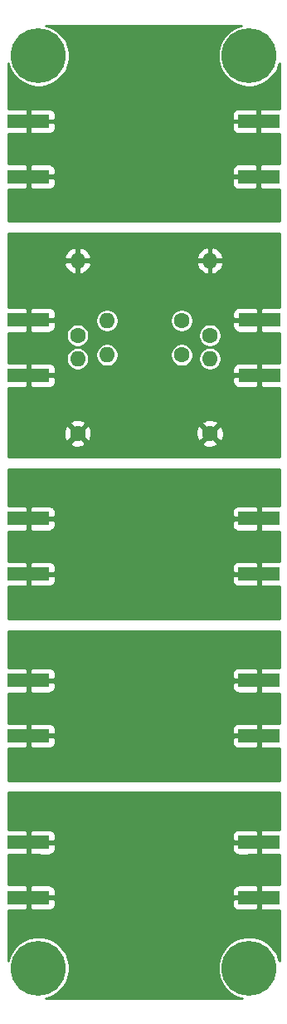
<source format=gbr>
G04 #@! TF.GenerationSoftware,KiCad,Pcbnew,(5.1.5)-3*
G04 #@! TF.CreationDate,2020-11-12T14:52:36+01:00*
G04 #@! TF.ProjectId,50 to 50 Attenuators,35302074-6f20-4353-9020-417474656e75,rev?*
G04 #@! TF.SameCoordinates,Original*
G04 #@! TF.FileFunction,Copper,L2,Bot*
G04 #@! TF.FilePolarity,Positive*
%FSLAX46Y46*%
G04 Gerber Fmt 4.6, Leading zero omitted, Abs format (unit mm)*
G04 Created by KiCad (PCBNEW (5.1.5)-3) date 2020-11-12 14:52:36*
%MOMM*%
%LPD*%
G04 APERTURE LIST*
%ADD10C,5.600000*%
%ADD11R,4.200000X1.350000*%
%ADD12C,1.600000*%
%ADD13O,1.600000X1.600000*%
%ADD14C,0.250000*%
G04 APERTURE END LIST*
D10*
X39000000Y-28992000D03*
X39000000Y-122000000D03*
X60500000Y-28992000D03*
X60500000Y-122000000D03*
D11*
X38000000Y-41325000D03*
X38000000Y-35675000D03*
X61475000Y-35675000D03*
X61475000Y-41325000D03*
X38000000Y-55925000D03*
X38000000Y-61575000D03*
X61550000Y-61575000D03*
X61550000Y-55925000D03*
X38000000Y-76175000D03*
X38000000Y-81825000D03*
X61500000Y-76175000D03*
X61500000Y-81825000D03*
X38000000Y-92675000D03*
X38000000Y-98325000D03*
X61500000Y-92675000D03*
X61500000Y-98325000D03*
X38000000Y-114825000D03*
X38000000Y-109175000D03*
X61500000Y-114825000D03*
X61500000Y-109175000D03*
D12*
X43000000Y-57500000D03*
D13*
X43000000Y-49880000D03*
X56500000Y-49880000D03*
D12*
X56500000Y-57500000D03*
D13*
X46000000Y-56000000D03*
D12*
X53620000Y-56000000D03*
X53620000Y-59500000D03*
D13*
X46000000Y-59500000D03*
X43000000Y-59880000D03*
D12*
X43000000Y-67500000D03*
X56500000Y-67500000D03*
D13*
X56500000Y-59880000D03*
D14*
G36*
X59572720Y-25935167D02*
G01*
X58994179Y-26174807D01*
X58473506Y-26522709D01*
X58030709Y-26965506D01*
X57682807Y-27486179D01*
X57443167Y-28064720D01*
X57321000Y-28678896D01*
X57321000Y-29305104D01*
X57443167Y-29919280D01*
X57682807Y-30497821D01*
X58030709Y-31018494D01*
X58473506Y-31461291D01*
X58994179Y-31809193D01*
X59572720Y-32048833D01*
X60186896Y-32171000D01*
X60813104Y-32171000D01*
X61427280Y-32048833D01*
X62005821Y-31809193D01*
X62526494Y-31461291D01*
X62969291Y-31018494D01*
X63317193Y-30497821D01*
X63556833Y-29919280D01*
X63596001Y-29722369D01*
X63596001Y-34374044D01*
X63575000Y-34371976D01*
X61756250Y-34375000D01*
X61600000Y-34531250D01*
X61600000Y-35550000D01*
X61620000Y-35550000D01*
X61620000Y-35800000D01*
X61600000Y-35800000D01*
X61600000Y-36818750D01*
X61756250Y-36975000D01*
X63575000Y-36978024D01*
X63596001Y-36975956D01*
X63596001Y-40024044D01*
X63575000Y-40021976D01*
X61756250Y-40025000D01*
X61600000Y-40181250D01*
X61600000Y-41200000D01*
X61620000Y-41200000D01*
X61620000Y-41450000D01*
X61600000Y-41450000D01*
X61600000Y-42468750D01*
X61756250Y-42625000D01*
X63575000Y-42628024D01*
X63596001Y-42625956D01*
X63596001Y-45875000D01*
X35904000Y-45875000D01*
X35904000Y-42628017D01*
X37718750Y-42625000D01*
X37875000Y-42468750D01*
X37875000Y-41450000D01*
X38125000Y-41450000D01*
X38125000Y-42468750D01*
X38281250Y-42625000D01*
X40100000Y-42628024D01*
X40222521Y-42615957D01*
X40340334Y-42580219D01*
X40448911Y-42522183D01*
X40544080Y-42444080D01*
X40622183Y-42348911D01*
X40680219Y-42240334D01*
X40715957Y-42122521D01*
X40728024Y-42000000D01*
X58746976Y-42000000D01*
X58759043Y-42122521D01*
X58794781Y-42240334D01*
X58852817Y-42348911D01*
X58930920Y-42444080D01*
X59026089Y-42522183D01*
X59134666Y-42580219D01*
X59252479Y-42615957D01*
X59375000Y-42628024D01*
X61193750Y-42625000D01*
X61350000Y-42468750D01*
X61350000Y-41450000D01*
X58906250Y-41450000D01*
X58750000Y-41606250D01*
X58746976Y-42000000D01*
X40728024Y-42000000D01*
X40725000Y-41606250D01*
X40568750Y-41450000D01*
X38125000Y-41450000D01*
X37875000Y-41450000D01*
X37855000Y-41450000D01*
X37855000Y-41200000D01*
X37875000Y-41200000D01*
X37875000Y-40181250D01*
X38125000Y-40181250D01*
X38125000Y-41200000D01*
X40568750Y-41200000D01*
X40725000Y-41043750D01*
X40728024Y-40650000D01*
X58746976Y-40650000D01*
X58750000Y-41043750D01*
X58906250Y-41200000D01*
X61350000Y-41200000D01*
X61350000Y-40181250D01*
X61193750Y-40025000D01*
X59375000Y-40021976D01*
X59252479Y-40034043D01*
X59134666Y-40069781D01*
X59026089Y-40127817D01*
X58930920Y-40205920D01*
X58852817Y-40301089D01*
X58794781Y-40409666D01*
X58759043Y-40527479D01*
X58746976Y-40650000D01*
X40728024Y-40650000D01*
X40715957Y-40527479D01*
X40680219Y-40409666D01*
X40622183Y-40301089D01*
X40544080Y-40205920D01*
X40448911Y-40127817D01*
X40340334Y-40069781D01*
X40222521Y-40034043D01*
X40100000Y-40021976D01*
X38281250Y-40025000D01*
X38125000Y-40181250D01*
X37875000Y-40181250D01*
X37718750Y-40025000D01*
X35904000Y-40021983D01*
X35904000Y-36978017D01*
X37718750Y-36975000D01*
X37875000Y-36818750D01*
X37875000Y-35800000D01*
X38125000Y-35800000D01*
X38125000Y-36818750D01*
X38281250Y-36975000D01*
X40100000Y-36978024D01*
X40222521Y-36965957D01*
X40340334Y-36930219D01*
X40448911Y-36872183D01*
X40544080Y-36794080D01*
X40622183Y-36698911D01*
X40680219Y-36590334D01*
X40715957Y-36472521D01*
X40728024Y-36350000D01*
X58746976Y-36350000D01*
X58759043Y-36472521D01*
X58794781Y-36590334D01*
X58852817Y-36698911D01*
X58930920Y-36794080D01*
X59026089Y-36872183D01*
X59134666Y-36930219D01*
X59252479Y-36965957D01*
X59375000Y-36978024D01*
X61193750Y-36975000D01*
X61350000Y-36818750D01*
X61350000Y-35800000D01*
X58906250Y-35800000D01*
X58750000Y-35956250D01*
X58746976Y-36350000D01*
X40728024Y-36350000D01*
X40725000Y-35956250D01*
X40568750Y-35800000D01*
X38125000Y-35800000D01*
X37875000Y-35800000D01*
X37855000Y-35800000D01*
X37855000Y-35550000D01*
X37875000Y-35550000D01*
X37875000Y-34531250D01*
X38125000Y-34531250D01*
X38125000Y-35550000D01*
X40568750Y-35550000D01*
X40725000Y-35393750D01*
X40728024Y-35000000D01*
X58746976Y-35000000D01*
X58750000Y-35393750D01*
X58906250Y-35550000D01*
X61350000Y-35550000D01*
X61350000Y-34531250D01*
X61193750Y-34375000D01*
X59375000Y-34371976D01*
X59252479Y-34384043D01*
X59134666Y-34419781D01*
X59026089Y-34477817D01*
X58930920Y-34555920D01*
X58852817Y-34651089D01*
X58794781Y-34759666D01*
X58759043Y-34877479D01*
X58746976Y-35000000D01*
X40728024Y-35000000D01*
X40715957Y-34877479D01*
X40680219Y-34759666D01*
X40622183Y-34651089D01*
X40544080Y-34555920D01*
X40448911Y-34477817D01*
X40340334Y-34419781D01*
X40222521Y-34384043D01*
X40100000Y-34371976D01*
X38281250Y-34375000D01*
X38125000Y-34531250D01*
X37875000Y-34531250D01*
X37718750Y-34375000D01*
X35904000Y-34371983D01*
X35904000Y-29722374D01*
X35943167Y-29919280D01*
X36182807Y-30497821D01*
X36530709Y-31018494D01*
X36973506Y-31461291D01*
X37494179Y-31809193D01*
X38072720Y-32048833D01*
X38686896Y-32171000D01*
X39313104Y-32171000D01*
X39927280Y-32048833D01*
X40505821Y-31809193D01*
X41026494Y-31461291D01*
X41469291Y-31018494D01*
X41817193Y-30497821D01*
X42056833Y-29919280D01*
X42179000Y-29305104D01*
X42179000Y-28678896D01*
X42056833Y-28064720D01*
X41817193Y-27486179D01*
X41469291Y-26965506D01*
X41026494Y-26522709D01*
X40505821Y-26174807D01*
X39927280Y-25935167D01*
X39770593Y-25904000D01*
X59729407Y-25904000D01*
X59572720Y-25935167D01*
G37*
X59572720Y-25935167D02*
X58994179Y-26174807D01*
X58473506Y-26522709D01*
X58030709Y-26965506D01*
X57682807Y-27486179D01*
X57443167Y-28064720D01*
X57321000Y-28678896D01*
X57321000Y-29305104D01*
X57443167Y-29919280D01*
X57682807Y-30497821D01*
X58030709Y-31018494D01*
X58473506Y-31461291D01*
X58994179Y-31809193D01*
X59572720Y-32048833D01*
X60186896Y-32171000D01*
X60813104Y-32171000D01*
X61427280Y-32048833D01*
X62005821Y-31809193D01*
X62526494Y-31461291D01*
X62969291Y-31018494D01*
X63317193Y-30497821D01*
X63556833Y-29919280D01*
X63596001Y-29722369D01*
X63596001Y-34374044D01*
X63575000Y-34371976D01*
X61756250Y-34375000D01*
X61600000Y-34531250D01*
X61600000Y-35550000D01*
X61620000Y-35550000D01*
X61620000Y-35800000D01*
X61600000Y-35800000D01*
X61600000Y-36818750D01*
X61756250Y-36975000D01*
X63575000Y-36978024D01*
X63596001Y-36975956D01*
X63596001Y-40024044D01*
X63575000Y-40021976D01*
X61756250Y-40025000D01*
X61600000Y-40181250D01*
X61600000Y-41200000D01*
X61620000Y-41200000D01*
X61620000Y-41450000D01*
X61600000Y-41450000D01*
X61600000Y-42468750D01*
X61756250Y-42625000D01*
X63575000Y-42628024D01*
X63596001Y-42625956D01*
X63596001Y-45875000D01*
X35904000Y-45875000D01*
X35904000Y-42628017D01*
X37718750Y-42625000D01*
X37875000Y-42468750D01*
X37875000Y-41450000D01*
X38125000Y-41450000D01*
X38125000Y-42468750D01*
X38281250Y-42625000D01*
X40100000Y-42628024D01*
X40222521Y-42615957D01*
X40340334Y-42580219D01*
X40448911Y-42522183D01*
X40544080Y-42444080D01*
X40622183Y-42348911D01*
X40680219Y-42240334D01*
X40715957Y-42122521D01*
X40728024Y-42000000D01*
X58746976Y-42000000D01*
X58759043Y-42122521D01*
X58794781Y-42240334D01*
X58852817Y-42348911D01*
X58930920Y-42444080D01*
X59026089Y-42522183D01*
X59134666Y-42580219D01*
X59252479Y-42615957D01*
X59375000Y-42628024D01*
X61193750Y-42625000D01*
X61350000Y-42468750D01*
X61350000Y-41450000D01*
X58906250Y-41450000D01*
X58750000Y-41606250D01*
X58746976Y-42000000D01*
X40728024Y-42000000D01*
X40725000Y-41606250D01*
X40568750Y-41450000D01*
X38125000Y-41450000D01*
X37875000Y-41450000D01*
X37855000Y-41450000D01*
X37855000Y-41200000D01*
X37875000Y-41200000D01*
X37875000Y-40181250D01*
X38125000Y-40181250D01*
X38125000Y-41200000D01*
X40568750Y-41200000D01*
X40725000Y-41043750D01*
X40728024Y-40650000D01*
X58746976Y-40650000D01*
X58750000Y-41043750D01*
X58906250Y-41200000D01*
X61350000Y-41200000D01*
X61350000Y-40181250D01*
X61193750Y-40025000D01*
X59375000Y-40021976D01*
X59252479Y-40034043D01*
X59134666Y-40069781D01*
X59026089Y-40127817D01*
X58930920Y-40205920D01*
X58852817Y-40301089D01*
X58794781Y-40409666D01*
X58759043Y-40527479D01*
X58746976Y-40650000D01*
X40728024Y-40650000D01*
X40715957Y-40527479D01*
X40680219Y-40409666D01*
X40622183Y-40301089D01*
X40544080Y-40205920D01*
X40448911Y-40127817D01*
X40340334Y-40069781D01*
X40222521Y-40034043D01*
X40100000Y-40021976D01*
X38281250Y-40025000D01*
X38125000Y-40181250D01*
X37875000Y-40181250D01*
X37718750Y-40025000D01*
X35904000Y-40021983D01*
X35904000Y-36978017D01*
X37718750Y-36975000D01*
X37875000Y-36818750D01*
X37875000Y-35800000D01*
X38125000Y-35800000D01*
X38125000Y-36818750D01*
X38281250Y-36975000D01*
X40100000Y-36978024D01*
X40222521Y-36965957D01*
X40340334Y-36930219D01*
X40448911Y-36872183D01*
X40544080Y-36794080D01*
X40622183Y-36698911D01*
X40680219Y-36590334D01*
X40715957Y-36472521D01*
X40728024Y-36350000D01*
X58746976Y-36350000D01*
X58759043Y-36472521D01*
X58794781Y-36590334D01*
X58852817Y-36698911D01*
X58930920Y-36794080D01*
X59026089Y-36872183D01*
X59134666Y-36930219D01*
X59252479Y-36965957D01*
X59375000Y-36978024D01*
X61193750Y-36975000D01*
X61350000Y-36818750D01*
X61350000Y-35800000D01*
X58906250Y-35800000D01*
X58750000Y-35956250D01*
X58746976Y-36350000D01*
X40728024Y-36350000D01*
X40725000Y-35956250D01*
X40568750Y-35800000D01*
X38125000Y-35800000D01*
X37875000Y-35800000D01*
X37855000Y-35800000D01*
X37855000Y-35550000D01*
X37875000Y-35550000D01*
X37875000Y-34531250D01*
X38125000Y-34531250D01*
X38125000Y-35550000D01*
X40568750Y-35550000D01*
X40725000Y-35393750D01*
X40728024Y-35000000D01*
X58746976Y-35000000D01*
X58750000Y-35393750D01*
X58906250Y-35550000D01*
X61350000Y-35550000D01*
X61350000Y-34531250D01*
X61193750Y-34375000D01*
X59375000Y-34371976D01*
X59252479Y-34384043D01*
X59134666Y-34419781D01*
X59026089Y-34477817D01*
X58930920Y-34555920D01*
X58852817Y-34651089D01*
X58794781Y-34759666D01*
X58759043Y-34877479D01*
X58746976Y-35000000D01*
X40728024Y-35000000D01*
X40715957Y-34877479D01*
X40680219Y-34759666D01*
X40622183Y-34651089D01*
X40544080Y-34555920D01*
X40448911Y-34477817D01*
X40340334Y-34419781D01*
X40222521Y-34384043D01*
X40100000Y-34371976D01*
X38281250Y-34375000D01*
X38125000Y-34531250D01*
X37875000Y-34531250D01*
X37718750Y-34375000D01*
X35904000Y-34371983D01*
X35904000Y-29722374D01*
X35943167Y-29919280D01*
X36182807Y-30497821D01*
X36530709Y-31018494D01*
X36973506Y-31461291D01*
X37494179Y-31809193D01*
X38072720Y-32048833D01*
X38686896Y-32171000D01*
X39313104Y-32171000D01*
X39927280Y-32048833D01*
X40505821Y-31809193D01*
X41026494Y-31461291D01*
X41469291Y-31018494D01*
X41817193Y-30497821D01*
X42056833Y-29919280D01*
X42179000Y-29305104D01*
X42179000Y-28678896D01*
X42056833Y-28064720D01*
X41817193Y-27486179D01*
X41469291Y-26965506D01*
X41026494Y-26522709D01*
X40505821Y-26174807D01*
X39927280Y-25935167D01*
X39770593Y-25904000D01*
X59729407Y-25904000D01*
X59572720Y-25935167D01*
G36*
X63596001Y-54622066D02*
G01*
X61831250Y-54625000D01*
X61675000Y-54781250D01*
X61675000Y-55800000D01*
X61695000Y-55800000D01*
X61695000Y-56050000D01*
X61675000Y-56050000D01*
X61675000Y-57068750D01*
X61831250Y-57225000D01*
X63596001Y-57227934D01*
X63596001Y-60272066D01*
X61831250Y-60275000D01*
X61675000Y-60431250D01*
X61675000Y-61450000D01*
X61695000Y-61450000D01*
X61695000Y-61700000D01*
X61675000Y-61700000D01*
X61675000Y-62718750D01*
X61831250Y-62875000D01*
X63596001Y-62877934D01*
X63596001Y-69875000D01*
X35904000Y-69875000D01*
X35904000Y-68486065D01*
X42190712Y-68486065D01*
X42262693Y-68727479D01*
X42516330Y-68847735D01*
X42788553Y-68916198D01*
X43068903Y-68930237D01*
X43346604Y-68889314D01*
X43610986Y-68795000D01*
X43737307Y-68727479D01*
X43809288Y-68486065D01*
X55690712Y-68486065D01*
X55762693Y-68727479D01*
X56016330Y-68847735D01*
X56288553Y-68916198D01*
X56568903Y-68930237D01*
X56846604Y-68889314D01*
X57110986Y-68795000D01*
X57237307Y-68727479D01*
X57309288Y-68486065D01*
X56500000Y-67676777D01*
X55690712Y-68486065D01*
X43809288Y-68486065D01*
X43000000Y-67676777D01*
X42190712Y-68486065D01*
X35904000Y-68486065D01*
X35904000Y-67568903D01*
X41569763Y-67568903D01*
X41610686Y-67846604D01*
X41705000Y-68110986D01*
X41772521Y-68237307D01*
X42013935Y-68309288D01*
X42823223Y-67500000D01*
X43176777Y-67500000D01*
X43986065Y-68309288D01*
X44227479Y-68237307D01*
X44347735Y-67983670D01*
X44416198Y-67711447D01*
X44423336Y-67568903D01*
X55069763Y-67568903D01*
X55110686Y-67846604D01*
X55205000Y-68110986D01*
X55272521Y-68237307D01*
X55513935Y-68309288D01*
X56323223Y-67500000D01*
X56676777Y-67500000D01*
X57486065Y-68309288D01*
X57727479Y-68237307D01*
X57847735Y-67983670D01*
X57916198Y-67711447D01*
X57930237Y-67431097D01*
X57889314Y-67153396D01*
X57795000Y-66889014D01*
X57727479Y-66762693D01*
X57486065Y-66690712D01*
X56676777Y-67500000D01*
X56323223Y-67500000D01*
X55513935Y-66690712D01*
X55272521Y-66762693D01*
X55152265Y-67016330D01*
X55083802Y-67288553D01*
X55069763Y-67568903D01*
X44423336Y-67568903D01*
X44430237Y-67431097D01*
X44389314Y-67153396D01*
X44295000Y-66889014D01*
X44227479Y-66762693D01*
X43986065Y-66690712D01*
X43176777Y-67500000D01*
X42823223Y-67500000D01*
X42013935Y-66690712D01*
X41772521Y-66762693D01*
X41652265Y-67016330D01*
X41583802Y-67288553D01*
X41569763Y-67568903D01*
X35904000Y-67568903D01*
X35904000Y-66513935D01*
X42190712Y-66513935D01*
X43000000Y-67323223D01*
X43809288Y-66513935D01*
X55690712Y-66513935D01*
X56500000Y-67323223D01*
X57309288Y-66513935D01*
X57237307Y-66272521D01*
X56983670Y-66152265D01*
X56711447Y-66083802D01*
X56431097Y-66069763D01*
X56153396Y-66110686D01*
X55889014Y-66205000D01*
X55762693Y-66272521D01*
X55690712Y-66513935D01*
X43809288Y-66513935D01*
X43737307Y-66272521D01*
X43483670Y-66152265D01*
X43211447Y-66083802D01*
X42931097Y-66069763D01*
X42653396Y-66110686D01*
X42389014Y-66205000D01*
X42262693Y-66272521D01*
X42190712Y-66513935D01*
X35904000Y-66513935D01*
X35904000Y-62878017D01*
X37718750Y-62875000D01*
X37875000Y-62718750D01*
X37875000Y-61700000D01*
X38125000Y-61700000D01*
X38125000Y-62718750D01*
X38281250Y-62875000D01*
X40100000Y-62878024D01*
X40222521Y-62865957D01*
X40340334Y-62830219D01*
X40448911Y-62772183D01*
X40544080Y-62694080D01*
X40622183Y-62598911D01*
X40680219Y-62490334D01*
X40715957Y-62372521D01*
X40728024Y-62250000D01*
X58821976Y-62250000D01*
X58834043Y-62372521D01*
X58869781Y-62490334D01*
X58927817Y-62598911D01*
X59005920Y-62694080D01*
X59101089Y-62772183D01*
X59209666Y-62830219D01*
X59327479Y-62865957D01*
X59450000Y-62878024D01*
X61268750Y-62875000D01*
X61425000Y-62718750D01*
X61425000Y-61700000D01*
X58981250Y-61700000D01*
X58825000Y-61856250D01*
X58821976Y-62250000D01*
X40728024Y-62250000D01*
X40725000Y-61856250D01*
X40568750Y-61700000D01*
X38125000Y-61700000D01*
X37875000Y-61700000D01*
X37855000Y-61700000D01*
X37855000Y-61450000D01*
X37875000Y-61450000D01*
X37875000Y-60431250D01*
X38125000Y-60431250D01*
X38125000Y-61450000D01*
X40568750Y-61450000D01*
X40725000Y-61293750D01*
X40728024Y-60900000D01*
X40715957Y-60777479D01*
X40680219Y-60659666D01*
X40622183Y-60551089D01*
X40544080Y-60455920D01*
X40448911Y-60377817D01*
X40340334Y-60319781D01*
X40222521Y-60284043D01*
X40100000Y-60271976D01*
X38281250Y-60275000D01*
X38125000Y-60431250D01*
X37875000Y-60431250D01*
X37718750Y-60275000D01*
X35904000Y-60271983D01*
X35904000Y-59763879D01*
X41821000Y-59763879D01*
X41821000Y-59996121D01*
X41866308Y-60223902D01*
X41955183Y-60438466D01*
X42084211Y-60631569D01*
X42248431Y-60795789D01*
X42441534Y-60924817D01*
X42656098Y-61013692D01*
X42883879Y-61059000D01*
X43116121Y-61059000D01*
X43343902Y-61013692D01*
X43558466Y-60924817D01*
X43751569Y-60795789D01*
X43915789Y-60631569D01*
X44044817Y-60438466D01*
X44133692Y-60223902D01*
X44179000Y-59996121D01*
X44179000Y-59763879D01*
X44133692Y-59536098D01*
X44070642Y-59383879D01*
X44821000Y-59383879D01*
X44821000Y-59616121D01*
X44866308Y-59843902D01*
X44955183Y-60058466D01*
X45084211Y-60251569D01*
X45248431Y-60415789D01*
X45441534Y-60544817D01*
X45656098Y-60633692D01*
X45883879Y-60679000D01*
X46116121Y-60679000D01*
X46343902Y-60633692D01*
X46558466Y-60544817D01*
X46751569Y-60415789D01*
X46915789Y-60251569D01*
X47044817Y-60058466D01*
X47133692Y-59843902D01*
X47179000Y-59616121D01*
X47179000Y-59383879D01*
X52441000Y-59383879D01*
X52441000Y-59616121D01*
X52486308Y-59843902D01*
X52575183Y-60058466D01*
X52704211Y-60251569D01*
X52868431Y-60415789D01*
X53061534Y-60544817D01*
X53276098Y-60633692D01*
X53503879Y-60679000D01*
X53736121Y-60679000D01*
X53963902Y-60633692D01*
X54178466Y-60544817D01*
X54371569Y-60415789D01*
X54535789Y-60251569D01*
X54664817Y-60058466D01*
X54753692Y-59843902D01*
X54769609Y-59763879D01*
X55321000Y-59763879D01*
X55321000Y-59996121D01*
X55366308Y-60223902D01*
X55455183Y-60438466D01*
X55584211Y-60631569D01*
X55748431Y-60795789D01*
X55941534Y-60924817D01*
X56156098Y-61013692D01*
X56383879Y-61059000D01*
X56616121Y-61059000D01*
X56843902Y-61013692D01*
X57058466Y-60924817D01*
X57095607Y-60900000D01*
X58821976Y-60900000D01*
X58825000Y-61293750D01*
X58981250Y-61450000D01*
X61425000Y-61450000D01*
X61425000Y-60431250D01*
X61268750Y-60275000D01*
X59450000Y-60271976D01*
X59327479Y-60284043D01*
X59209666Y-60319781D01*
X59101089Y-60377817D01*
X59005920Y-60455920D01*
X58927817Y-60551089D01*
X58869781Y-60659666D01*
X58834043Y-60777479D01*
X58821976Y-60900000D01*
X57095607Y-60900000D01*
X57251569Y-60795789D01*
X57415789Y-60631569D01*
X57544817Y-60438466D01*
X57633692Y-60223902D01*
X57679000Y-59996121D01*
X57679000Y-59763879D01*
X57633692Y-59536098D01*
X57544817Y-59321534D01*
X57415789Y-59128431D01*
X57251569Y-58964211D01*
X57058466Y-58835183D01*
X56843902Y-58746308D01*
X56616121Y-58701000D01*
X56383879Y-58701000D01*
X56156098Y-58746308D01*
X55941534Y-58835183D01*
X55748431Y-58964211D01*
X55584211Y-59128431D01*
X55455183Y-59321534D01*
X55366308Y-59536098D01*
X55321000Y-59763879D01*
X54769609Y-59763879D01*
X54799000Y-59616121D01*
X54799000Y-59383879D01*
X54753692Y-59156098D01*
X54664817Y-58941534D01*
X54535789Y-58748431D01*
X54371569Y-58584211D01*
X54178466Y-58455183D01*
X53963902Y-58366308D01*
X53736121Y-58321000D01*
X53503879Y-58321000D01*
X53276098Y-58366308D01*
X53061534Y-58455183D01*
X52868431Y-58584211D01*
X52704211Y-58748431D01*
X52575183Y-58941534D01*
X52486308Y-59156098D01*
X52441000Y-59383879D01*
X47179000Y-59383879D01*
X47133692Y-59156098D01*
X47044817Y-58941534D01*
X46915789Y-58748431D01*
X46751569Y-58584211D01*
X46558466Y-58455183D01*
X46343902Y-58366308D01*
X46116121Y-58321000D01*
X45883879Y-58321000D01*
X45656098Y-58366308D01*
X45441534Y-58455183D01*
X45248431Y-58584211D01*
X45084211Y-58748431D01*
X44955183Y-58941534D01*
X44866308Y-59156098D01*
X44821000Y-59383879D01*
X44070642Y-59383879D01*
X44044817Y-59321534D01*
X43915789Y-59128431D01*
X43751569Y-58964211D01*
X43558466Y-58835183D01*
X43343902Y-58746308D01*
X43116121Y-58701000D01*
X42883879Y-58701000D01*
X42656098Y-58746308D01*
X42441534Y-58835183D01*
X42248431Y-58964211D01*
X42084211Y-59128431D01*
X41955183Y-59321534D01*
X41866308Y-59536098D01*
X41821000Y-59763879D01*
X35904000Y-59763879D01*
X35904000Y-57383879D01*
X41821000Y-57383879D01*
X41821000Y-57616121D01*
X41866308Y-57843902D01*
X41955183Y-58058466D01*
X42084211Y-58251569D01*
X42248431Y-58415789D01*
X42441534Y-58544817D01*
X42656098Y-58633692D01*
X42883879Y-58679000D01*
X43116121Y-58679000D01*
X43343902Y-58633692D01*
X43558466Y-58544817D01*
X43751569Y-58415789D01*
X43915789Y-58251569D01*
X44044817Y-58058466D01*
X44133692Y-57843902D01*
X44179000Y-57616121D01*
X44179000Y-57383879D01*
X55321000Y-57383879D01*
X55321000Y-57616121D01*
X55366308Y-57843902D01*
X55455183Y-58058466D01*
X55584211Y-58251569D01*
X55748431Y-58415789D01*
X55941534Y-58544817D01*
X56156098Y-58633692D01*
X56383879Y-58679000D01*
X56616121Y-58679000D01*
X56843902Y-58633692D01*
X57058466Y-58544817D01*
X57251569Y-58415789D01*
X57415789Y-58251569D01*
X57544817Y-58058466D01*
X57633692Y-57843902D01*
X57679000Y-57616121D01*
X57679000Y-57383879D01*
X57633692Y-57156098D01*
X57544817Y-56941534D01*
X57415789Y-56748431D01*
X57267358Y-56600000D01*
X58821976Y-56600000D01*
X58834043Y-56722521D01*
X58869781Y-56840334D01*
X58927817Y-56948911D01*
X59005920Y-57044080D01*
X59101089Y-57122183D01*
X59209666Y-57180219D01*
X59327479Y-57215957D01*
X59450000Y-57228024D01*
X61268750Y-57225000D01*
X61425000Y-57068750D01*
X61425000Y-56050000D01*
X58981250Y-56050000D01*
X58825000Y-56206250D01*
X58821976Y-56600000D01*
X57267358Y-56600000D01*
X57251569Y-56584211D01*
X57058466Y-56455183D01*
X56843902Y-56366308D01*
X56616121Y-56321000D01*
X56383879Y-56321000D01*
X56156098Y-56366308D01*
X55941534Y-56455183D01*
X55748431Y-56584211D01*
X55584211Y-56748431D01*
X55455183Y-56941534D01*
X55366308Y-57156098D01*
X55321000Y-57383879D01*
X44179000Y-57383879D01*
X44133692Y-57156098D01*
X44044817Y-56941534D01*
X43915789Y-56748431D01*
X43751569Y-56584211D01*
X43558466Y-56455183D01*
X43343902Y-56366308D01*
X43116121Y-56321000D01*
X42883879Y-56321000D01*
X42656098Y-56366308D01*
X42441534Y-56455183D01*
X42248431Y-56584211D01*
X42084211Y-56748431D01*
X41955183Y-56941534D01*
X41866308Y-57156098D01*
X41821000Y-57383879D01*
X35904000Y-57383879D01*
X35904000Y-57228017D01*
X37718750Y-57225000D01*
X37875000Y-57068750D01*
X37875000Y-56050000D01*
X38125000Y-56050000D01*
X38125000Y-57068750D01*
X38281250Y-57225000D01*
X40100000Y-57228024D01*
X40222521Y-57215957D01*
X40340334Y-57180219D01*
X40448911Y-57122183D01*
X40544080Y-57044080D01*
X40622183Y-56948911D01*
X40680219Y-56840334D01*
X40715957Y-56722521D01*
X40728024Y-56600000D01*
X40725000Y-56206250D01*
X40568750Y-56050000D01*
X38125000Y-56050000D01*
X37875000Y-56050000D01*
X37855000Y-56050000D01*
X37855000Y-55883879D01*
X44821000Y-55883879D01*
X44821000Y-56116121D01*
X44866308Y-56343902D01*
X44955183Y-56558466D01*
X45084211Y-56751569D01*
X45248431Y-56915789D01*
X45441534Y-57044817D01*
X45656098Y-57133692D01*
X45883879Y-57179000D01*
X46116121Y-57179000D01*
X46343902Y-57133692D01*
X46558466Y-57044817D01*
X46751569Y-56915789D01*
X46915789Y-56751569D01*
X47044817Y-56558466D01*
X47133692Y-56343902D01*
X47179000Y-56116121D01*
X47179000Y-55883879D01*
X52441000Y-55883879D01*
X52441000Y-56116121D01*
X52486308Y-56343902D01*
X52575183Y-56558466D01*
X52704211Y-56751569D01*
X52868431Y-56915789D01*
X53061534Y-57044817D01*
X53276098Y-57133692D01*
X53503879Y-57179000D01*
X53736121Y-57179000D01*
X53963902Y-57133692D01*
X54178466Y-57044817D01*
X54371569Y-56915789D01*
X54535789Y-56751569D01*
X54664817Y-56558466D01*
X54753692Y-56343902D01*
X54799000Y-56116121D01*
X54799000Y-55883879D01*
X54753692Y-55656098D01*
X54664817Y-55441534D01*
X54536838Y-55250000D01*
X58821976Y-55250000D01*
X58825000Y-55643750D01*
X58981250Y-55800000D01*
X61425000Y-55800000D01*
X61425000Y-54781250D01*
X61268750Y-54625000D01*
X59450000Y-54621976D01*
X59327479Y-54634043D01*
X59209666Y-54669781D01*
X59101089Y-54727817D01*
X59005920Y-54805920D01*
X58927817Y-54901089D01*
X58869781Y-55009666D01*
X58834043Y-55127479D01*
X58821976Y-55250000D01*
X54536838Y-55250000D01*
X54535789Y-55248431D01*
X54371569Y-55084211D01*
X54178466Y-54955183D01*
X53963902Y-54866308D01*
X53736121Y-54821000D01*
X53503879Y-54821000D01*
X53276098Y-54866308D01*
X53061534Y-54955183D01*
X52868431Y-55084211D01*
X52704211Y-55248431D01*
X52575183Y-55441534D01*
X52486308Y-55656098D01*
X52441000Y-55883879D01*
X47179000Y-55883879D01*
X47133692Y-55656098D01*
X47044817Y-55441534D01*
X46915789Y-55248431D01*
X46751569Y-55084211D01*
X46558466Y-54955183D01*
X46343902Y-54866308D01*
X46116121Y-54821000D01*
X45883879Y-54821000D01*
X45656098Y-54866308D01*
X45441534Y-54955183D01*
X45248431Y-55084211D01*
X45084211Y-55248431D01*
X44955183Y-55441534D01*
X44866308Y-55656098D01*
X44821000Y-55883879D01*
X37855000Y-55883879D01*
X37855000Y-55800000D01*
X37875000Y-55800000D01*
X37875000Y-54781250D01*
X38125000Y-54781250D01*
X38125000Y-55800000D01*
X40568750Y-55800000D01*
X40725000Y-55643750D01*
X40728024Y-55250000D01*
X40715957Y-55127479D01*
X40680219Y-55009666D01*
X40622183Y-54901089D01*
X40544080Y-54805920D01*
X40448911Y-54727817D01*
X40340334Y-54669781D01*
X40222521Y-54634043D01*
X40100000Y-54621976D01*
X38281250Y-54625000D01*
X38125000Y-54781250D01*
X37875000Y-54781250D01*
X37718750Y-54625000D01*
X35904000Y-54621983D01*
X35904000Y-50225522D01*
X41617519Y-50225522D01*
X41711491Y-50488592D01*
X41854980Y-50728274D01*
X42042471Y-50935357D01*
X42266760Y-51101883D01*
X42519227Y-51221453D01*
X42654479Y-51262476D01*
X42875000Y-51142577D01*
X42875000Y-50005000D01*
X43125000Y-50005000D01*
X43125000Y-51142577D01*
X43345521Y-51262476D01*
X43480773Y-51221453D01*
X43733240Y-51101883D01*
X43957529Y-50935357D01*
X44145020Y-50728274D01*
X44288509Y-50488592D01*
X44382481Y-50225522D01*
X55117519Y-50225522D01*
X55211491Y-50488592D01*
X55354980Y-50728274D01*
X55542471Y-50935357D01*
X55766760Y-51101883D01*
X56019227Y-51221453D01*
X56154479Y-51262476D01*
X56375000Y-51142577D01*
X56375000Y-50005000D01*
X56625000Y-50005000D01*
X56625000Y-51142577D01*
X56845521Y-51262476D01*
X56980773Y-51221453D01*
X57233240Y-51101883D01*
X57457529Y-50935357D01*
X57645020Y-50728274D01*
X57788509Y-50488592D01*
X57882481Y-50225522D01*
X57763262Y-50005000D01*
X56625000Y-50005000D01*
X56375000Y-50005000D01*
X55236738Y-50005000D01*
X55117519Y-50225522D01*
X44382481Y-50225522D01*
X44263262Y-50005000D01*
X43125000Y-50005000D01*
X42875000Y-50005000D01*
X41736738Y-50005000D01*
X41617519Y-50225522D01*
X35904000Y-50225522D01*
X35904000Y-49534478D01*
X41617519Y-49534478D01*
X41736738Y-49755000D01*
X42875000Y-49755000D01*
X42875000Y-48617423D01*
X43125000Y-48617423D01*
X43125000Y-49755000D01*
X44263262Y-49755000D01*
X44382481Y-49534478D01*
X55117519Y-49534478D01*
X55236738Y-49755000D01*
X56375000Y-49755000D01*
X56375000Y-48617423D01*
X56625000Y-48617423D01*
X56625000Y-49755000D01*
X57763262Y-49755000D01*
X57882481Y-49534478D01*
X57788509Y-49271408D01*
X57645020Y-49031726D01*
X57457529Y-48824643D01*
X57233240Y-48658117D01*
X56980773Y-48538547D01*
X56845521Y-48497524D01*
X56625000Y-48617423D01*
X56375000Y-48617423D01*
X56154479Y-48497524D01*
X56019227Y-48538547D01*
X55766760Y-48658117D01*
X55542471Y-48824643D01*
X55354980Y-49031726D01*
X55211491Y-49271408D01*
X55117519Y-49534478D01*
X44382481Y-49534478D01*
X44288509Y-49271408D01*
X44145020Y-49031726D01*
X43957529Y-48824643D01*
X43733240Y-48658117D01*
X43480773Y-48538547D01*
X43345521Y-48497524D01*
X43125000Y-48617423D01*
X42875000Y-48617423D01*
X42654479Y-48497524D01*
X42519227Y-48538547D01*
X42266760Y-48658117D01*
X42042471Y-48824643D01*
X41854980Y-49031726D01*
X41711491Y-49271408D01*
X41617519Y-49534478D01*
X35904000Y-49534478D01*
X35904000Y-47125000D01*
X63596001Y-47125000D01*
X63596001Y-54622066D01*
G37*
X63596001Y-54622066D02*
X61831250Y-54625000D01*
X61675000Y-54781250D01*
X61675000Y-55800000D01*
X61695000Y-55800000D01*
X61695000Y-56050000D01*
X61675000Y-56050000D01*
X61675000Y-57068750D01*
X61831250Y-57225000D01*
X63596001Y-57227934D01*
X63596001Y-60272066D01*
X61831250Y-60275000D01*
X61675000Y-60431250D01*
X61675000Y-61450000D01*
X61695000Y-61450000D01*
X61695000Y-61700000D01*
X61675000Y-61700000D01*
X61675000Y-62718750D01*
X61831250Y-62875000D01*
X63596001Y-62877934D01*
X63596001Y-69875000D01*
X35904000Y-69875000D01*
X35904000Y-68486065D01*
X42190712Y-68486065D01*
X42262693Y-68727479D01*
X42516330Y-68847735D01*
X42788553Y-68916198D01*
X43068903Y-68930237D01*
X43346604Y-68889314D01*
X43610986Y-68795000D01*
X43737307Y-68727479D01*
X43809288Y-68486065D01*
X55690712Y-68486065D01*
X55762693Y-68727479D01*
X56016330Y-68847735D01*
X56288553Y-68916198D01*
X56568903Y-68930237D01*
X56846604Y-68889314D01*
X57110986Y-68795000D01*
X57237307Y-68727479D01*
X57309288Y-68486065D01*
X56500000Y-67676777D01*
X55690712Y-68486065D01*
X43809288Y-68486065D01*
X43000000Y-67676777D01*
X42190712Y-68486065D01*
X35904000Y-68486065D01*
X35904000Y-67568903D01*
X41569763Y-67568903D01*
X41610686Y-67846604D01*
X41705000Y-68110986D01*
X41772521Y-68237307D01*
X42013935Y-68309288D01*
X42823223Y-67500000D01*
X43176777Y-67500000D01*
X43986065Y-68309288D01*
X44227479Y-68237307D01*
X44347735Y-67983670D01*
X44416198Y-67711447D01*
X44423336Y-67568903D01*
X55069763Y-67568903D01*
X55110686Y-67846604D01*
X55205000Y-68110986D01*
X55272521Y-68237307D01*
X55513935Y-68309288D01*
X56323223Y-67500000D01*
X56676777Y-67500000D01*
X57486065Y-68309288D01*
X57727479Y-68237307D01*
X57847735Y-67983670D01*
X57916198Y-67711447D01*
X57930237Y-67431097D01*
X57889314Y-67153396D01*
X57795000Y-66889014D01*
X57727479Y-66762693D01*
X57486065Y-66690712D01*
X56676777Y-67500000D01*
X56323223Y-67500000D01*
X55513935Y-66690712D01*
X55272521Y-66762693D01*
X55152265Y-67016330D01*
X55083802Y-67288553D01*
X55069763Y-67568903D01*
X44423336Y-67568903D01*
X44430237Y-67431097D01*
X44389314Y-67153396D01*
X44295000Y-66889014D01*
X44227479Y-66762693D01*
X43986065Y-66690712D01*
X43176777Y-67500000D01*
X42823223Y-67500000D01*
X42013935Y-66690712D01*
X41772521Y-66762693D01*
X41652265Y-67016330D01*
X41583802Y-67288553D01*
X41569763Y-67568903D01*
X35904000Y-67568903D01*
X35904000Y-66513935D01*
X42190712Y-66513935D01*
X43000000Y-67323223D01*
X43809288Y-66513935D01*
X55690712Y-66513935D01*
X56500000Y-67323223D01*
X57309288Y-66513935D01*
X57237307Y-66272521D01*
X56983670Y-66152265D01*
X56711447Y-66083802D01*
X56431097Y-66069763D01*
X56153396Y-66110686D01*
X55889014Y-66205000D01*
X55762693Y-66272521D01*
X55690712Y-66513935D01*
X43809288Y-66513935D01*
X43737307Y-66272521D01*
X43483670Y-66152265D01*
X43211447Y-66083802D01*
X42931097Y-66069763D01*
X42653396Y-66110686D01*
X42389014Y-66205000D01*
X42262693Y-66272521D01*
X42190712Y-66513935D01*
X35904000Y-66513935D01*
X35904000Y-62878017D01*
X37718750Y-62875000D01*
X37875000Y-62718750D01*
X37875000Y-61700000D01*
X38125000Y-61700000D01*
X38125000Y-62718750D01*
X38281250Y-62875000D01*
X40100000Y-62878024D01*
X40222521Y-62865957D01*
X40340334Y-62830219D01*
X40448911Y-62772183D01*
X40544080Y-62694080D01*
X40622183Y-62598911D01*
X40680219Y-62490334D01*
X40715957Y-62372521D01*
X40728024Y-62250000D01*
X58821976Y-62250000D01*
X58834043Y-62372521D01*
X58869781Y-62490334D01*
X58927817Y-62598911D01*
X59005920Y-62694080D01*
X59101089Y-62772183D01*
X59209666Y-62830219D01*
X59327479Y-62865957D01*
X59450000Y-62878024D01*
X61268750Y-62875000D01*
X61425000Y-62718750D01*
X61425000Y-61700000D01*
X58981250Y-61700000D01*
X58825000Y-61856250D01*
X58821976Y-62250000D01*
X40728024Y-62250000D01*
X40725000Y-61856250D01*
X40568750Y-61700000D01*
X38125000Y-61700000D01*
X37875000Y-61700000D01*
X37855000Y-61700000D01*
X37855000Y-61450000D01*
X37875000Y-61450000D01*
X37875000Y-60431250D01*
X38125000Y-60431250D01*
X38125000Y-61450000D01*
X40568750Y-61450000D01*
X40725000Y-61293750D01*
X40728024Y-60900000D01*
X40715957Y-60777479D01*
X40680219Y-60659666D01*
X40622183Y-60551089D01*
X40544080Y-60455920D01*
X40448911Y-60377817D01*
X40340334Y-60319781D01*
X40222521Y-60284043D01*
X40100000Y-60271976D01*
X38281250Y-60275000D01*
X38125000Y-60431250D01*
X37875000Y-60431250D01*
X37718750Y-60275000D01*
X35904000Y-60271983D01*
X35904000Y-59763879D01*
X41821000Y-59763879D01*
X41821000Y-59996121D01*
X41866308Y-60223902D01*
X41955183Y-60438466D01*
X42084211Y-60631569D01*
X42248431Y-60795789D01*
X42441534Y-60924817D01*
X42656098Y-61013692D01*
X42883879Y-61059000D01*
X43116121Y-61059000D01*
X43343902Y-61013692D01*
X43558466Y-60924817D01*
X43751569Y-60795789D01*
X43915789Y-60631569D01*
X44044817Y-60438466D01*
X44133692Y-60223902D01*
X44179000Y-59996121D01*
X44179000Y-59763879D01*
X44133692Y-59536098D01*
X44070642Y-59383879D01*
X44821000Y-59383879D01*
X44821000Y-59616121D01*
X44866308Y-59843902D01*
X44955183Y-60058466D01*
X45084211Y-60251569D01*
X45248431Y-60415789D01*
X45441534Y-60544817D01*
X45656098Y-60633692D01*
X45883879Y-60679000D01*
X46116121Y-60679000D01*
X46343902Y-60633692D01*
X46558466Y-60544817D01*
X46751569Y-60415789D01*
X46915789Y-60251569D01*
X47044817Y-60058466D01*
X47133692Y-59843902D01*
X47179000Y-59616121D01*
X47179000Y-59383879D01*
X52441000Y-59383879D01*
X52441000Y-59616121D01*
X52486308Y-59843902D01*
X52575183Y-60058466D01*
X52704211Y-60251569D01*
X52868431Y-60415789D01*
X53061534Y-60544817D01*
X53276098Y-60633692D01*
X53503879Y-60679000D01*
X53736121Y-60679000D01*
X53963902Y-60633692D01*
X54178466Y-60544817D01*
X54371569Y-60415789D01*
X54535789Y-60251569D01*
X54664817Y-60058466D01*
X54753692Y-59843902D01*
X54769609Y-59763879D01*
X55321000Y-59763879D01*
X55321000Y-59996121D01*
X55366308Y-60223902D01*
X55455183Y-60438466D01*
X55584211Y-60631569D01*
X55748431Y-60795789D01*
X55941534Y-60924817D01*
X56156098Y-61013692D01*
X56383879Y-61059000D01*
X56616121Y-61059000D01*
X56843902Y-61013692D01*
X57058466Y-60924817D01*
X57095607Y-60900000D01*
X58821976Y-60900000D01*
X58825000Y-61293750D01*
X58981250Y-61450000D01*
X61425000Y-61450000D01*
X61425000Y-60431250D01*
X61268750Y-60275000D01*
X59450000Y-60271976D01*
X59327479Y-60284043D01*
X59209666Y-60319781D01*
X59101089Y-60377817D01*
X59005920Y-60455920D01*
X58927817Y-60551089D01*
X58869781Y-60659666D01*
X58834043Y-60777479D01*
X58821976Y-60900000D01*
X57095607Y-60900000D01*
X57251569Y-60795789D01*
X57415789Y-60631569D01*
X57544817Y-60438466D01*
X57633692Y-60223902D01*
X57679000Y-59996121D01*
X57679000Y-59763879D01*
X57633692Y-59536098D01*
X57544817Y-59321534D01*
X57415789Y-59128431D01*
X57251569Y-58964211D01*
X57058466Y-58835183D01*
X56843902Y-58746308D01*
X56616121Y-58701000D01*
X56383879Y-58701000D01*
X56156098Y-58746308D01*
X55941534Y-58835183D01*
X55748431Y-58964211D01*
X55584211Y-59128431D01*
X55455183Y-59321534D01*
X55366308Y-59536098D01*
X55321000Y-59763879D01*
X54769609Y-59763879D01*
X54799000Y-59616121D01*
X54799000Y-59383879D01*
X54753692Y-59156098D01*
X54664817Y-58941534D01*
X54535789Y-58748431D01*
X54371569Y-58584211D01*
X54178466Y-58455183D01*
X53963902Y-58366308D01*
X53736121Y-58321000D01*
X53503879Y-58321000D01*
X53276098Y-58366308D01*
X53061534Y-58455183D01*
X52868431Y-58584211D01*
X52704211Y-58748431D01*
X52575183Y-58941534D01*
X52486308Y-59156098D01*
X52441000Y-59383879D01*
X47179000Y-59383879D01*
X47133692Y-59156098D01*
X47044817Y-58941534D01*
X46915789Y-58748431D01*
X46751569Y-58584211D01*
X46558466Y-58455183D01*
X46343902Y-58366308D01*
X46116121Y-58321000D01*
X45883879Y-58321000D01*
X45656098Y-58366308D01*
X45441534Y-58455183D01*
X45248431Y-58584211D01*
X45084211Y-58748431D01*
X44955183Y-58941534D01*
X44866308Y-59156098D01*
X44821000Y-59383879D01*
X44070642Y-59383879D01*
X44044817Y-59321534D01*
X43915789Y-59128431D01*
X43751569Y-58964211D01*
X43558466Y-58835183D01*
X43343902Y-58746308D01*
X43116121Y-58701000D01*
X42883879Y-58701000D01*
X42656098Y-58746308D01*
X42441534Y-58835183D01*
X42248431Y-58964211D01*
X42084211Y-59128431D01*
X41955183Y-59321534D01*
X41866308Y-59536098D01*
X41821000Y-59763879D01*
X35904000Y-59763879D01*
X35904000Y-57383879D01*
X41821000Y-57383879D01*
X41821000Y-57616121D01*
X41866308Y-57843902D01*
X41955183Y-58058466D01*
X42084211Y-58251569D01*
X42248431Y-58415789D01*
X42441534Y-58544817D01*
X42656098Y-58633692D01*
X42883879Y-58679000D01*
X43116121Y-58679000D01*
X43343902Y-58633692D01*
X43558466Y-58544817D01*
X43751569Y-58415789D01*
X43915789Y-58251569D01*
X44044817Y-58058466D01*
X44133692Y-57843902D01*
X44179000Y-57616121D01*
X44179000Y-57383879D01*
X55321000Y-57383879D01*
X55321000Y-57616121D01*
X55366308Y-57843902D01*
X55455183Y-58058466D01*
X55584211Y-58251569D01*
X55748431Y-58415789D01*
X55941534Y-58544817D01*
X56156098Y-58633692D01*
X56383879Y-58679000D01*
X56616121Y-58679000D01*
X56843902Y-58633692D01*
X57058466Y-58544817D01*
X57251569Y-58415789D01*
X57415789Y-58251569D01*
X57544817Y-58058466D01*
X57633692Y-57843902D01*
X57679000Y-57616121D01*
X57679000Y-57383879D01*
X57633692Y-57156098D01*
X57544817Y-56941534D01*
X57415789Y-56748431D01*
X57267358Y-56600000D01*
X58821976Y-56600000D01*
X58834043Y-56722521D01*
X58869781Y-56840334D01*
X58927817Y-56948911D01*
X59005920Y-57044080D01*
X59101089Y-57122183D01*
X59209666Y-57180219D01*
X59327479Y-57215957D01*
X59450000Y-57228024D01*
X61268750Y-57225000D01*
X61425000Y-57068750D01*
X61425000Y-56050000D01*
X58981250Y-56050000D01*
X58825000Y-56206250D01*
X58821976Y-56600000D01*
X57267358Y-56600000D01*
X57251569Y-56584211D01*
X57058466Y-56455183D01*
X56843902Y-56366308D01*
X56616121Y-56321000D01*
X56383879Y-56321000D01*
X56156098Y-56366308D01*
X55941534Y-56455183D01*
X55748431Y-56584211D01*
X55584211Y-56748431D01*
X55455183Y-56941534D01*
X55366308Y-57156098D01*
X55321000Y-57383879D01*
X44179000Y-57383879D01*
X44133692Y-57156098D01*
X44044817Y-56941534D01*
X43915789Y-56748431D01*
X43751569Y-56584211D01*
X43558466Y-56455183D01*
X43343902Y-56366308D01*
X43116121Y-56321000D01*
X42883879Y-56321000D01*
X42656098Y-56366308D01*
X42441534Y-56455183D01*
X42248431Y-56584211D01*
X42084211Y-56748431D01*
X41955183Y-56941534D01*
X41866308Y-57156098D01*
X41821000Y-57383879D01*
X35904000Y-57383879D01*
X35904000Y-57228017D01*
X37718750Y-57225000D01*
X37875000Y-57068750D01*
X37875000Y-56050000D01*
X38125000Y-56050000D01*
X38125000Y-57068750D01*
X38281250Y-57225000D01*
X40100000Y-57228024D01*
X40222521Y-57215957D01*
X40340334Y-57180219D01*
X40448911Y-57122183D01*
X40544080Y-57044080D01*
X40622183Y-56948911D01*
X40680219Y-56840334D01*
X40715957Y-56722521D01*
X40728024Y-56600000D01*
X40725000Y-56206250D01*
X40568750Y-56050000D01*
X38125000Y-56050000D01*
X37875000Y-56050000D01*
X37855000Y-56050000D01*
X37855000Y-55883879D01*
X44821000Y-55883879D01*
X44821000Y-56116121D01*
X44866308Y-56343902D01*
X44955183Y-56558466D01*
X45084211Y-56751569D01*
X45248431Y-56915789D01*
X45441534Y-57044817D01*
X45656098Y-57133692D01*
X45883879Y-57179000D01*
X46116121Y-57179000D01*
X46343902Y-57133692D01*
X46558466Y-57044817D01*
X46751569Y-56915789D01*
X46915789Y-56751569D01*
X47044817Y-56558466D01*
X47133692Y-56343902D01*
X47179000Y-56116121D01*
X47179000Y-55883879D01*
X52441000Y-55883879D01*
X52441000Y-56116121D01*
X52486308Y-56343902D01*
X52575183Y-56558466D01*
X52704211Y-56751569D01*
X52868431Y-56915789D01*
X53061534Y-57044817D01*
X53276098Y-57133692D01*
X53503879Y-57179000D01*
X53736121Y-57179000D01*
X53963902Y-57133692D01*
X54178466Y-57044817D01*
X54371569Y-56915789D01*
X54535789Y-56751569D01*
X54664817Y-56558466D01*
X54753692Y-56343902D01*
X54799000Y-56116121D01*
X54799000Y-55883879D01*
X54753692Y-55656098D01*
X54664817Y-55441534D01*
X54536838Y-55250000D01*
X58821976Y-55250000D01*
X58825000Y-55643750D01*
X58981250Y-55800000D01*
X61425000Y-55800000D01*
X61425000Y-54781250D01*
X61268750Y-54625000D01*
X59450000Y-54621976D01*
X59327479Y-54634043D01*
X59209666Y-54669781D01*
X59101089Y-54727817D01*
X59005920Y-54805920D01*
X58927817Y-54901089D01*
X58869781Y-55009666D01*
X58834043Y-55127479D01*
X58821976Y-55250000D01*
X54536838Y-55250000D01*
X54535789Y-55248431D01*
X54371569Y-55084211D01*
X54178466Y-54955183D01*
X53963902Y-54866308D01*
X53736121Y-54821000D01*
X53503879Y-54821000D01*
X53276098Y-54866308D01*
X53061534Y-54955183D01*
X52868431Y-55084211D01*
X52704211Y-55248431D01*
X52575183Y-55441534D01*
X52486308Y-55656098D01*
X52441000Y-55883879D01*
X47179000Y-55883879D01*
X47133692Y-55656098D01*
X47044817Y-55441534D01*
X46915789Y-55248431D01*
X46751569Y-55084211D01*
X46558466Y-54955183D01*
X46343902Y-54866308D01*
X46116121Y-54821000D01*
X45883879Y-54821000D01*
X45656098Y-54866308D01*
X45441534Y-54955183D01*
X45248431Y-55084211D01*
X45084211Y-55248431D01*
X44955183Y-55441534D01*
X44866308Y-55656098D01*
X44821000Y-55883879D01*
X37855000Y-55883879D01*
X37855000Y-55800000D01*
X37875000Y-55800000D01*
X37875000Y-54781250D01*
X38125000Y-54781250D01*
X38125000Y-55800000D01*
X40568750Y-55800000D01*
X40725000Y-55643750D01*
X40728024Y-55250000D01*
X40715957Y-55127479D01*
X40680219Y-55009666D01*
X40622183Y-54901089D01*
X40544080Y-54805920D01*
X40448911Y-54727817D01*
X40340334Y-54669781D01*
X40222521Y-54634043D01*
X40100000Y-54621976D01*
X38281250Y-54625000D01*
X38125000Y-54781250D01*
X37875000Y-54781250D01*
X37718750Y-54625000D01*
X35904000Y-54621983D01*
X35904000Y-50225522D01*
X41617519Y-50225522D01*
X41711491Y-50488592D01*
X41854980Y-50728274D01*
X42042471Y-50935357D01*
X42266760Y-51101883D01*
X42519227Y-51221453D01*
X42654479Y-51262476D01*
X42875000Y-51142577D01*
X42875000Y-50005000D01*
X43125000Y-50005000D01*
X43125000Y-51142577D01*
X43345521Y-51262476D01*
X43480773Y-51221453D01*
X43733240Y-51101883D01*
X43957529Y-50935357D01*
X44145020Y-50728274D01*
X44288509Y-50488592D01*
X44382481Y-50225522D01*
X55117519Y-50225522D01*
X55211491Y-50488592D01*
X55354980Y-50728274D01*
X55542471Y-50935357D01*
X55766760Y-51101883D01*
X56019227Y-51221453D01*
X56154479Y-51262476D01*
X56375000Y-51142577D01*
X56375000Y-50005000D01*
X56625000Y-50005000D01*
X56625000Y-51142577D01*
X56845521Y-51262476D01*
X56980773Y-51221453D01*
X57233240Y-51101883D01*
X57457529Y-50935357D01*
X57645020Y-50728274D01*
X57788509Y-50488592D01*
X57882481Y-50225522D01*
X57763262Y-50005000D01*
X56625000Y-50005000D01*
X56375000Y-50005000D01*
X55236738Y-50005000D01*
X55117519Y-50225522D01*
X44382481Y-50225522D01*
X44263262Y-50005000D01*
X43125000Y-50005000D01*
X42875000Y-50005000D01*
X41736738Y-50005000D01*
X41617519Y-50225522D01*
X35904000Y-50225522D01*
X35904000Y-49534478D01*
X41617519Y-49534478D01*
X41736738Y-49755000D01*
X42875000Y-49755000D01*
X42875000Y-48617423D01*
X43125000Y-48617423D01*
X43125000Y-49755000D01*
X44263262Y-49755000D01*
X44382481Y-49534478D01*
X55117519Y-49534478D01*
X55236738Y-49755000D01*
X56375000Y-49755000D01*
X56375000Y-48617423D01*
X56625000Y-48617423D01*
X56625000Y-49755000D01*
X57763262Y-49755000D01*
X57882481Y-49534478D01*
X57788509Y-49271408D01*
X57645020Y-49031726D01*
X57457529Y-48824643D01*
X57233240Y-48658117D01*
X56980773Y-48538547D01*
X56845521Y-48497524D01*
X56625000Y-48617423D01*
X56375000Y-48617423D01*
X56154479Y-48497524D01*
X56019227Y-48538547D01*
X55766760Y-48658117D01*
X55542471Y-48824643D01*
X55354980Y-49031726D01*
X55211491Y-49271408D01*
X55117519Y-49534478D01*
X44382481Y-49534478D01*
X44288509Y-49271408D01*
X44145020Y-49031726D01*
X43957529Y-48824643D01*
X43733240Y-48658117D01*
X43480773Y-48538547D01*
X43345521Y-48497524D01*
X43125000Y-48617423D01*
X42875000Y-48617423D01*
X42654479Y-48497524D01*
X42519227Y-48538547D01*
X42266760Y-48658117D01*
X42042471Y-48824643D01*
X41854980Y-49031726D01*
X41711491Y-49271408D01*
X41617519Y-49534478D01*
X35904000Y-49534478D01*
X35904000Y-47125000D01*
X63596001Y-47125000D01*
X63596001Y-54622066D01*
G36*
X63596001Y-74871983D02*
G01*
X61781250Y-74875000D01*
X61625000Y-75031250D01*
X61625000Y-76050000D01*
X61645000Y-76050000D01*
X61645000Y-76300000D01*
X61625000Y-76300000D01*
X61625000Y-77318750D01*
X61781250Y-77475000D01*
X63596000Y-77478017D01*
X63596000Y-80521983D01*
X61781250Y-80525000D01*
X61625000Y-80681250D01*
X61625000Y-81700000D01*
X61645000Y-81700000D01*
X61645000Y-81950000D01*
X61625000Y-81950000D01*
X61625000Y-82968750D01*
X61781250Y-83125000D01*
X63596000Y-83128017D01*
X63596000Y-86375000D01*
X35904000Y-86375000D01*
X35904000Y-83128017D01*
X37718750Y-83125000D01*
X37875000Y-82968750D01*
X37875000Y-81950000D01*
X38125000Y-81950000D01*
X38125000Y-82968750D01*
X38281250Y-83125000D01*
X40100000Y-83128024D01*
X40222521Y-83115957D01*
X40340334Y-83080219D01*
X40448911Y-83022183D01*
X40544080Y-82944080D01*
X40622183Y-82848911D01*
X40680219Y-82740334D01*
X40715957Y-82622521D01*
X40728024Y-82500000D01*
X58771976Y-82500000D01*
X58784043Y-82622521D01*
X58819781Y-82740334D01*
X58877817Y-82848911D01*
X58955920Y-82944080D01*
X59051089Y-83022183D01*
X59159666Y-83080219D01*
X59277479Y-83115957D01*
X59400000Y-83128024D01*
X61218750Y-83125000D01*
X61375000Y-82968750D01*
X61375000Y-81950000D01*
X58931250Y-81950000D01*
X58775000Y-82106250D01*
X58771976Y-82500000D01*
X40728024Y-82500000D01*
X40725000Y-82106250D01*
X40568750Y-81950000D01*
X38125000Y-81950000D01*
X37875000Y-81950000D01*
X37855000Y-81950000D01*
X37855000Y-81700000D01*
X37875000Y-81700000D01*
X37875000Y-80681250D01*
X38125000Y-80681250D01*
X38125000Y-81700000D01*
X40568750Y-81700000D01*
X40725000Y-81543750D01*
X40728024Y-81150000D01*
X58771976Y-81150000D01*
X58775000Y-81543750D01*
X58931250Y-81700000D01*
X61375000Y-81700000D01*
X61375000Y-80681250D01*
X61218750Y-80525000D01*
X59400000Y-80521976D01*
X59277479Y-80534043D01*
X59159666Y-80569781D01*
X59051089Y-80627817D01*
X58955920Y-80705920D01*
X58877817Y-80801089D01*
X58819781Y-80909666D01*
X58784043Y-81027479D01*
X58771976Y-81150000D01*
X40728024Y-81150000D01*
X40715957Y-81027479D01*
X40680219Y-80909666D01*
X40622183Y-80801089D01*
X40544080Y-80705920D01*
X40448911Y-80627817D01*
X40340334Y-80569781D01*
X40222521Y-80534043D01*
X40100000Y-80521976D01*
X38281250Y-80525000D01*
X38125000Y-80681250D01*
X37875000Y-80681250D01*
X37718750Y-80525000D01*
X35904000Y-80521983D01*
X35904000Y-77478017D01*
X37718750Y-77475000D01*
X37875000Y-77318750D01*
X37875000Y-76300000D01*
X38125000Y-76300000D01*
X38125000Y-77318750D01*
X38281250Y-77475000D01*
X40100000Y-77478024D01*
X40222521Y-77465957D01*
X40340334Y-77430219D01*
X40448911Y-77372183D01*
X40544080Y-77294080D01*
X40622183Y-77198911D01*
X40680219Y-77090334D01*
X40715957Y-76972521D01*
X40728024Y-76850000D01*
X58771976Y-76850000D01*
X58784043Y-76972521D01*
X58819781Y-77090334D01*
X58877817Y-77198911D01*
X58955920Y-77294080D01*
X59051089Y-77372183D01*
X59159666Y-77430219D01*
X59277479Y-77465957D01*
X59400000Y-77478024D01*
X61218750Y-77475000D01*
X61375000Y-77318750D01*
X61375000Y-76300000D01*
X58931250Y-76300000D01*
X58775000Y-76456250D01*
X58771976Y-76850000D01*
X40728024Y-76850000D01*
X40725000Y-76456250D01*
X40568750Y-76300000D01*
X38125000Y-76300000D01*
X37875000Y-76300000D01*
X37855000Y-76300000D01*
X37855000Y-76050000D01*
X37875000Y-76050000D01*
X37875000Y-75031250D01*
X38125000Y-75031250D01*
X38125000Y-76050000D01*
X40568750Y-76050000D01*
X40725000Y-75893750D01*
X40728024Y-75500000D01*
X58771976Y-75500000D01*
X58775000Y-75893750D01*
X58931250Y-76050000D01*
X61375000Y-76050000D01*
X61375000Y-75031250D01*
X61218750Y-74875000D01*
X59400000Y-74871976D01*
X59277479Y-74884043D01*
X59159666Y-74919781D01*
X59051089Y-74977817D01*
X58955920Y-75055920D01*
X58877817Y-75151089D01*
X58819781Y-75259666D01*
X58784043Y-75377479D01*
X58771976Y-75500000D01*
X40728024Y-75500000D01*
X40715957Y-75377479D01*
X40680219Y-75259666D01*
X40622183Y-75151089D01*
X40544080Y-75055920D01*
X40448911Y-74977817D01*
X40340334Y-74919781D01*
X40222521Y-74884043D01*
X40100000Y-74871976D01*
X38281250Y-74875000D01*
X38125000Y-75031250D01*
X37875000Y-75031250D01*
X37718750Y-74875000D01*
X35904000Y-74871983D01*
X35904000Y-71125000D01*
X63596001Y-71125000D01*
X63596001Y-74871983D01*
G37*
X63596001Y-74871983D02*
X61781250Y-74875000D01*
X61625000Y-75031250D01*
X61625000Y-76050000D01*
X61645000Y-76050000D01*
X61645000Y-76300000D01*
X61625000Y-76300000D01*
X61625000Y-77318750D01*
X61781250Y-77475000D01*
X63596000Y-77478017D01*
X63596000Y-80521983D01*
X61781250Y-80525000D01*
X61625000Y-80681250D01*
X61625000Y-81700000D01*
X61645000Y-81700000D01*
X61645000Y-81950000D01*
X61625000Y-81950000D01*
X61625000Y-82968750D01*
X61781250Y-83125000D01*
X63596000Y-83128017D01*
X63596000Y-86375000D01*
X35904000Y-86375000D01*
X35904000Y-83128017D01*
X37718750Y-83125000D01*
X37875000Y-82968750D01*
X37875000Y-81950000D01*
X38125000Y-81950000D01*
X38125000Y-82968750D01*
X38281250Y-83125000D01*
X40100000Y-83128024D01*
X40222521Y-83115957D01*
X40340334Y-83080219D01*
X40448911Y-83022183D01*
X40544080Y-82944080D01*
X40622183Y-82848911D01*
X40680219Y-82740334D01*
X40715957Y-82622521D01*
X40728024Y-82500000D01*
X58771976Y-82500000D01*
X58784043Y-82622521D01*
X58819781Y-82740334D01*
X58877817Y-82848911D01*
X58955920Y-82944080D01*
X59051089Y-83022183D01*
X59159666Y-83080219D01*
X59277479Y-83115957D01*
X59400000Y-83128024D01*
X61218750Y-83125000D01*
X61375000Y-82968750D01*
X61375000Y-81950000D01*
X58931250Y-81950000D01*
X58775000Y-82106250D01*
X58771976Y-82500000D01*
X40728024Y-82500000D01*
X40725000Y-82106250D01*
X40568750Y-81950000D01*
X38125000Y-81950000D01*
X37875000Y-81950000D01*
X37855000Y-81950000D01*
X37855000Y-81700000D01*
X37875000Y-81700000D01*
X37875000Y-80681250D01*
X38125000Y-80681250D01*
X38125000Y-81700000D01*
X40568750Y-81700000D01*
X40725000Y-81543750D01*
X40728024Y-81150000D01*
X58771976Y-81150000D01*
X58775000Y-81543750D01*
X58931250Y-81700000D01*
X61375000Y-81700000D01*
X61375000Y-80681250D01*
X61218750Y-80525000D01*
X59400000Y-80521976D01*
X59277479Y-80534043D01*
X59159666Y-80569781D01*
X59051089Y-80627817D01*
X58955920Y-80705920D01*
X58877817Y-80801089D01*
X58819781Y-80909666D01*
X58784043Y-81027479D01*
X58771976Y-81150000D01*
X40728024Y-81150000D01*
X40715957Y-81027479D01*
X40680219Y-80909666D01*
X40622183Y-80801089D01*
X40544080Y-80705920D01*
X40448911Y-80627817D01*
X40340334Y-80569781D01*
X40222521Y-80534043D01*
X40100000Y-80521976D01*
X38281250Y-80525000D01*
X38125000Y-80681250D01*
X37875000Y-80681250D01*
X37718750Y-80525000D01*
X35904000Y-80521983D01*
X35904000Y-77478017D01*
X37718750Y-77475000D01*
X37875000Y-77318750D01*
X37875000Y-76300000D01*
X38125000Y-76300000D01*
X38125000Y-77318750D01*
X38281250Y-77475000D01*
X40100000Y-77478024D01*
X40222521Y-77465957D01*
X40340334Y-77430219D01*
X40448911Y-77372183D01*
X40544080Y-77294080D01*
X40622183Y-77198911D01*
X40680219Y-77090334D01*
X40715957Y-76972521D01*
X40728024Y-76850000D01*
X58771976Y-76850000D01*
X58784043Y-76972521D01*
X58819781Y-77090334D01*
X58877817Y-77198911D01*
X58955920Y-77294080D01*
X59051089Y-77372183D01*
X59159666Y-77430219D01*
X59277479Y-77465957D01*
X59400000Y-77478024D01*
X61218750Y-77475000D01*
X61375000Y-77318750D01*
X61375000Y-76300000D01*
X58931250Y-76300000D01*
X58775000Y-76456250D01*
X58771976Y-76850000D01*
X40728024Y-76850000D01*
X40725000Y-76456250D01*
X40568750Y-76300000D01*
X38125000Y-76300000D01*
X37875000Y-76300000D01*
X37855000Y-76300000D01*
X37855000Y-76050000D01*
X37875000Y-76050000D01*
X37875000Y-75031250D01*
X38125000Y-75031250D01*
X38125000Y-76050000D01*
X40568750Y-76050000D01*
X40725000Y-75893750D01*
X40728024Y-75500000D01*
X58771976Y-75500000D01*
X58775000Y-75893750D01*
X58931250Y-76050000D01*
X61375000Y-76050000D01*
X61375000Y-75031250D01*
X61218750Y-74875000D01*
X59400000Y-74871976D01*
X59277479Y-74884043D01*
X59159666Y-74919781D01*
X59051089Y-74977817D01*
X58955920Y-75055920D01*
X58877817Y-75151089D01*
X58819781Y-75259666D01*
X58784043Y-75377479D01*
X58771976Y-75500000D01*
X40728024Y-75500000D01*
X40715957Y-75377479D01*
X40680219Y-75259666D01*
X40622183Y-75151089D01*
X40544080Y-75055920D01*
X40448911Y-74977817D01*
X40340334Y-74919781D01*
X40222521Y-74884043D01*
X40100000Y-74871976D01*
X38281250Y-74875000D01*
X38125000Y-75031250D01*
X37875000Y-75031250D01*
X37718750Y-74875000D01*
X35904000Y-74871983D01*
X35904000Y-71125000D01*
X63596001Y-71125000D01*
X63596001Y-74871983D01*
G36*
X63596000Y-91371983D02*
G01*
X61781250Y-91375000D01*
X61625000Y-91531250D01*
X61625000Y-92550000D01*
X61645000Y-92550000D01*
X61645000Y-92800000D01*
X61625000Y-92800000D01*
X61625000Y-93818750D01*
X61781250Y-93975000D01*
X63596000Y-93978017D01*
X63596000Y-97021983D01*
X61781250Y-97025000D01*
X61625000Y-97181250D01*
X61625000Y-98200000D01*
X61645000Y-98200000D01*
X61645000Y-98450000D01*
X61625000Y-98450000D01*
X61625000Y-99468750D01*
X61781250Y-99625000D01*
X63596000Y-99628017D01*
X63596000Y-102875000D01*
X35904000Y-102875000D01*
X35904000Y-99628017D01*
X37718750Y-99625000D01*
X37875000Y-99468750D01*
X37875000Y-98450000D01*
X38125000Y-98450000D01*
X38125000Y-99468750D01*
X38281250Y-99625000D01*
X40100000Y-99628024D01*
X40222521Y-99615957D01*
X40340334Y-99580219D01*
X40448911Y-99522183D01*
X40544080Y-99444080D01*
X40622183Y-99348911D01*
X40680219Y-99240334D01*
X40715957Y-99122521D01*
X40728024Y-99000000D01*
X58771976Y-99000000D01*
X58784043Y-99122521D01*
X58819781Y-99240334D01*
X58877817Y-99348911D01*
X58955920Y-99444080D01*
X59051089Y-99522183D01*
X59159666Y-99580219D01*
X59277479Y-99615957D01*
X59400000Y-99628024D01*
X61218750Y-99625000D01*
X61375000Y-99468750D01*
X61375000Y-98450000D01*
X58931250Y-98450000D01*
X58775000Y-98606250D01*
X58771976Y-99000000D01*
X40728024Y-99000000D01*
X40725000Y-98606250D01*
X40568750Y-98450000D01*
X38125000Y-98450000D01*
X37875000Y-98450000D01*
X37855000Y-98450000D01*
X37855000Y-98200000D01*
X37875000Y-98200000D01*
X37875000Y-97181250D01*
X38125000Y-97181250D01*
X38125000Y-98200000D01*
X40568750Y-98200000D01*
X40725000Y-98043750D01*
X40728024Y-97650000D01*
X58771976Y-97650000D01*
X58775000Y-98043750D01*
X58931250Y-98200000D01*
X61375000Y-98200000D01*
X61375000Y-97181250D01*
X61218750Y-97025000D01*
X59400000Y-97021976D01*
X59277479Y-97034043D01*
X59159666Y-97069781D01*
X59051089Y-97127817D01*
X58955920Y-97205920D01*
X58877817Y-97301089D01*
X58819781Y-97409666D01*
X58784043Y-97527479D01*
X58771976Y-97650000D01*
X40728024Y-97650000D01*
X40715957Y-97527479D01*
X40680219Y-97409666D01*
X40622183Y-97301089D01*
X40544080Y-97205920D01*
X40448911Y-97127817D01*
X40340334Y-97069781D01*
X40222521Y-97034043D01*
X40100000Y-97021976D01*
X38281250Y-97025000D01*
X38125000Y-97181250D01*
X37875000Y-97181250D01*
X37718750Y-97025000D01*
X35904000Y-97021983D01*
X35904000Y-93978017D01*
X37718750Y-93975000D01*
X37875000Y-93818750D01*
X37875000Y-92800000D01*
X38125000Y-92800000D01*
X38125000Y-93818750D01*
X38281250Y-93975000D01*
X40100000Y-93978024D01*
X40222521Y-93965957D01*
X40340334Y-93930219D01*
X40448911Y-93872183D01*
X40544080Y-93794080D01*
X40622183Y-93698911D01*
X40680219Y-93590334D01*
X40715957Y-93472521D01*
X40728024Y-93350000D01*
X58771976Y-93350000D01*
X58784043Y-93472521D01*
X58819781Y-93590334D01*
X58877817Y-93698911D01*
X58955920Y-93794080D01*
X59051089Y-93872183D01*
X59159666Y-93930219D01*
X59277479Y-93965957D01*
X59400000Y-93978024D01*
X61218750Y-93975000D01*
X61375000Y-93818750D01*
X61375000Y-92800000D01*
X58931250Y-92800000D01*
X58775000Y-92956250D01*
X58771976Y-93350000D01*
X40728024Y-93350000D01*
X40725000Y-92956250D01*
X40568750Y-92800000D01*
X38125000Y-92800000D01*
X37875000Y-92800000D01*
X37855000Y-92800000D01*
X37855000Y-92550000D01*
X37875000Y-92550000D01*
X37875000Y-91531250D01*
X38125000Y-91531250D01*
X38125000Y-92550000D01*
X40568750Y-92550000D01*
X40725000Y-92393750D01*
X40728024Y-92000000D01*
X58771976Y-92000000D01*
X58775000Y-92393750D01*
X58931250Y-92550000D01*
X61375000Y-92550000D01*
X61375000Y-91531250D01*
X61218750Y-91375000D01*
X59400000Y-91371976D01*
X59277479Y-91384043D01*
X59159666Y-91419781D01*
X59051089Y-91477817D01*
X58955920Y-91555920D01*
X58877817Y-91651089D01*
X58819781Y-91759666D01*
X58784043Y-91877479D01*
X58771976Y-92000000D01*
X40728024Y-92000000D01*
X40715957Y-91877479D01*
X40680219Y-91759666D01*
X40622183Y-91651089D01*
X40544080Y-91555920D01*
X40448911Y-91477817D01*
X40340334Y-91419781D01*
X40222521Y-91384043D01*
X40100000Y-91371976D01*
X38281250Y-91375000D01*
X38125000Y-91531250D01*
X37875000Y-91531250D01*
X37718750Y-91375000D01*
X35904000Y-91371983D01*
X35904000Y-87625000D01*
X63596000Y-87625000D01*
X63596000Y-91371983D01*
G37*
X63596000Y-91371983D02*
X61781250Y-91375000D01*
X61625000Y-91531250D01*
X61625000Y-92550000D01*
X61645000Y-92550000D01*
X61645000Y-92800000D01*
X61625000Y-92800000D01*
X61625000Y-93818750D01*
X61781250Y-93975000D01*
X63596000Y-93978017D01*
X63596000Y-97021983D01*
X61781250Y-97025000D01*
X61625000Y-97181250D01*
X61625000Y-98200000D01*
X61645000Y-98200000D01*
X61645000Y-98450000D01*
X61625000Y-98450000D01*
X61625000Y-99468750D01*
X61781250Y-99625000D01*
X63596000Y-99628017D01*
X63596000Y-102875000D01*
X35904000Y-102875000D01*
X35904000Y-99628017D01*
X37718750Y-99625000D01*
X37875000Y-99468750D01*
X37875000Y-98450000D01*
X38125000Y-98450000D01*
X38125000Y-99468750D01*
X38281250Y-99625000D01*
X40100000Y-99628024D01*
X40222521Y-99615957D01*
X40340334Y-99580219D01*
X40448911Y-99522183D01*
X40544080Y-99444080D01*
X40622183Y-99348911D01*
X40680219Y-99240334D01*
X40715957Y-99122521D01*
X40728024Y-99000000D01*
X58771976Y-99000000D01*
X58784043Y-99122521D01*
X58819781Y-99240334D01*
X58877817Y-99348911D01*
X58955920Y-99444080D01*
X59051089Y-99522183D01*
X59159666Y-99580219D01*
X59277479Y-99615957D01*
X59400000Y-99628024D01*
X61218750Y-99625000D01*
X61375000Y-99468750D01*
X61375000Y-98450000D01*
X58931250Y-98450000D01*
X58775000Y-98606250D01*
X58771976Y-99000000D01*
X40728024Y-99000000D01*
X40725000Y-98606250D01*
X40568750Y-98450000D01*
X38125000Y-98450000D01*
X37875000Y-98450000D01*
X37855000Y-98450000D01*
X37855000Y-98200000D01*
X37875000Y-98200000D01*
X37875000Y-97181250D01*
X38125000Y-97181250D01*
X38125000Y-98200000D01*
X40568750Y-98200000D01*
X40725000Y-98043750D01*
X40728024Y-97650000D01*
X58771976Y-97650000D01*
X58775000Y-98043750D01*
X58931250Y-98200000D01*
X61375000Y-98200000D01*
X61375000Y-97181250D01*
X61218750Y-97025000D01*
X59400000Y-97021976D01*
X59277479Y-97034043D01*
X59159666Y-97069781D01*
X59051089Y-97127817D01*
X58955920Y-97205920D01*
X58877817Y-97301089D01*
X58819781Y-97409666D01*
X58784043Y-97527479D01*
X58771976Y-97650000D01*
X40728024Y-97650000D01*
X40715957Y-97527479D01*
X40680219Y-97409666D01*
X40622183Y-97301089D01*
X40544080Y-97205920D01*
X40448911Y-97127817D01*
X40340334Y-97069781D01*
X40222521Y-97034043D01*
X40100000Y-97021976D01*
X38281250Y-97025000D01*
X38125000Y-97181250D01*
X37875000Y-97181250D01*
X37718750Y-97025000D01*
X35904000Y-97021983D01*
X35904000Y-93978017D01*
X37718750Y-93975000D01*
X37875000Y-93818750D01*
X37875000Y-92800000D01*
X38125000Y-92800000D01*
X38125000Y-93818750D01*
X38281250Y-93975000D01*
X40100000Y-93978024D01*
X40222521Y-93965957D01*
X40340334Y-93930219D01*
X40448911Y-93872183D01*
X40544080Y-93794080D01*
X40622183Y-93698911D01*
X40680219Y-93590334D01*
X40715957Y-93472521D01*
X40728024Y-93350000D01*
X58771976Y-93350000D01*
X58784043Y-93472521D01*
X58819781Y-93590334D01*
X58877817Y-93698911D01*
X58955920Y-93794080D01*
X59051089Y-93872183D01*
X59159666Y-93930219D01*
X59277479Y-93965957D01*
X59400000Y-93978024D01*
X61218750Y-93975000D01*
X61375000Y-93818750D01*
X61375000Y-92800000D01*
X58931250Y-92800000D01*
X58775000Y-92956250D01*
X58771976Y-93350000D01*
X40728024Y-93350000D01*
X40725000Y-92956250D01*
X40568750Y-92800000D01*
X38125000Y-92800000D01*
X37875000Y-92800000D01*
X37855000Y-92800000D01*
X37855000Y-92550000D01*
X37875000Y-92550000D01*
X37875000Y-91531250D01*
X38125000Y-91531250D01*
X38125000Y-92550000D01*
X40568750Y-92550000D01*
X40725000Y-92393750D01*
X40728024Y-92000000D01*
X58771976Y-92000000D01*
X58775000Y-92393750D01*
X58931250Y-92550000D01*
X61375000Y-92550000D01*
X61375000Y-91531250D01*
X61218750Y-91375000D01*
X59400000Y-91371976D01*
X59277479Y-91384043D01*
X59159666Y-91419781D01*
X59051089Y-91477817D01*
X58955920Y-91555920D01*
X58877817Y-91651089D01*
X58819781Y-91759666D01*
X58784043Y-91877479D01*
X58771976Y-92000000D01*
X40728024Y-92000000D01*
X40715957Y-91877479D01*
X40680219Y-91759666D01*
X40622183Y-91651089D01*
X40544080Y-91555920D01*
X40448911Y-91477817D01*
X40340334Y-91419781D01*
X40222521Y-91384043D01*
X40100000Y-91371976D01*
X38281250Y-91375000D01*
X38125000Y-91531250D01*
X37875000Y-91531250D01*
X37718750Y-91375000D01*
X35904000Y-91371983D01*
X35904000Y-87625000D01*
X63596000Y-87625000D01*
X63596000Y-91371983D01*
G36*
X63596000Y-107871983D02*
G01*
X61781250Y-107875000D01*
X61625000Y-108031250D01*
X61625000Y-109050000D01*
X61645000Y-109050000D01*
X61645000Y-109300000D01*
X61625000Y-109300000D01*
X61625000Y-110318750D01*
X61781250Y-110475000D01*
X63596000Y-110478017D01*
X63596000Y-113521983D01*
X61781250Y-113525000D01*
X61625000Y-113681250D01*
X61625000Y-114700000D01*
X61645000Y-114700000D01*
X61645000Y-114950000D01*
X61625000Y-114950000D01*
X61625000Y-115968750D01*
X61781250Y-116125000D01*
X63596000Y-116128017D01*
X63596000Y-121269626D01*
X63556833Y-121072720D01*
X63317193Y-120494179D01*
X62969291Y-119973506D01*
X62526494Y-119530709D01*
X62005821Y-119182807D01*
X61427280Y-118943167D01*
X60813104Y-118821000D01*
X60186896Y-118821000D01*
X59572720Y-118943167D01*
X58994179Y-119182807D01*
X58473506Y-119530709D01*
X58030709Y-119973506D01*
X57682807Y-120494179D01*
X57443167Y-121072720D01*
X57321000Y-121686896D01*
X57321000Y-122313104D01*
X57443167Y-122927280D01*
X57682807Y-123505821D01*
X58030709Y-124026494D01*
X58473506Y-124469291D01*
X58994179Y-124817193D01*
X59572720Y-125056833D01*
X59769626Y-125096000D01*
X39730374Y-125096000D01*
X39927280Y-125056833D01*
X40505821Y-124817193D01*
X41026494Y-124469291D01*
X41469291Y-124026494D01*
X41817193Y-123505821D01*
X42056833Y-122927280D01*
X42179000Y-122313104D01*
X42179000Y-121686896D01*
X42056833Y-121072720D01*
X41817193Y-120494179D01*
X41469291Y-119973506D01*
X41026494Y-119530709D01*
X40505821Y-119182807D01*
X39927280Y-118943167D01*
X39313104Y-118821000D01*
X38686896Y-118821000D01*
X38072720Y-118943167D01*
X37494179Y-119182807D01*
X36973506Y-119530709D01*
X36530709Y-119973506D01*
X36182807Y-120494179D01*
X35943167Y-121072720D01*
X35904000Y-121269626D01*
X35904000Y-116128017D01*
X37718750Y-116125000D01*
X37875000Y-115968750D01*
X37875000Y-114950000D01*
X38125000Y-114950000D01*
X38125000Y-115968750D01*
X38281250Y-116125000D01*
X40100000Y-116128024D01*
X40222521Y-116115957D01*
X40340334Y-116080219D01*
X40448911Y-116022183D01*
X40544080Y-115944080D01*
X40622183Y-115848911D01*
X40680219Y-115740334D01*
X40715957Y-115622521D01*
X40728024Y-115500000D01*
X58771976Y-115500000D01*
X58784043Y-115622521D01*
X58819781Y-115740334D01*
X58877817Y-115848911D01*
X58955920Y-115944080D01*
X59051089Y-116022183D01*
X59159666Y-116080219D01*
X59277479Y-116115957D01*
X59400000Y-116128024D01*
X61218750Y-116125000D01*
X61375000Y-115968750D01*
X61375000Y-114950000D01*
X58931250Y-114950000D01*
X58775000Y-115106250D01*
X58771976Y-115500000D01*
X40728024Y-115500000D01*
X40725000Y-115106250D01*
X40568750Y-114950000D01*
X38125000Y-114950000D01*
X37875000Y-114950000D01*
X37855000Y-114950000D01*
X37855000Y-114700000D01*
X37875000Y-114700000D01*
X37875000Y-113681250D01*
X38125000Y-113681250D01*
X38125000Y-114700000D01*
X40568750Y-114700000D01*
X40725000Y-114543750D01*
X40728024Y-114150000D01*
X58771976Y-114150000D01*
X58775000Y-114543750D01*
X58931250Y-114700000D01*
X61375000Y-114700000D01*
X61375000Y-113681250D01*
X61218750Y-113525000D01*
X59400000Y-113521976D01*
X59277479Y-113534043D01*
X59159666Y-113569781D01*
X59051089Y-113627817D01*
X58955920Y-113705920D01*
X58877817Y-113801089D01*
X58819781Y-113909666D01*
X58784043Y-114027479D01*
X58771976Y-114150000D01*
X40728024Y-114150000D01*
X40715957Y-114027479D01*
X40680219Y-113909666D01*
X40622183Y-113801089D01*
X40544080Y-113705920D01*
X40448911Y-113627817D01*
X40340334Y-113569781D01*
X40222521Y-113534043D01*
X40100000Y-113521976D01*
X38281250Y-113525000D01*
X38125000Y-113681250D01*
X37875000Y-113681250D01*
X37718750Y-113525000D01*
X35904000Y-113521983D01*
X35904000Y-110478017D01*
X37718750Y-110475000D01*
X37875000Y-110318750D01*
X37875000Y-109300000D01*
X38125000Y-109300000D01*
X38125000Y-110318750D01*
X38281250Y-110475000D01*
X40100000Y-110478024D01*
X40222521Y-110465957D01*
X40340334Y-110430219D01*
X40448911Y-110372183D01*
X40544080Y-110294080D01*
X40622183Y-110198911D01*
X40680219Y-110090334D01*
X40715957Y-109972521D01*
X40728024Y-109850000D01*
X58771976Y-109850000D01*
X58784043Y-109972521D01*
X58819781Y-110090334D01*
X58877817Y-110198911D01*
X58955920Y-110294080D01*
X59051089Y-110372183D01*
X59159666Y-110430219D01*
X59277479Y-110465957D01*
X59400000Y-110478024D01*
X61218750Y-110475000D01*
X61375000Y-110318750D01*
X61375000Y-109300000D01*
X58931250Y-109300000D01*
X58775000Y-109456250D01*
X58771976Y-109850000D01*
X40728024Y-109850000D01*
X40725000Y-109456250D01*
X40568750Y-109300000D01*
X38125000Y-109300000D01*
X37875000Y-109300000D01*
X37855000Y-109300000D01*
X37855000Y-109050000D01*
X37875000Y-109050000D01*
X37875000Y-108031250D01*
X38125000Y-108031250D01*
X38125000Y-109050000D01*
X40568750Y-109050000D01*
X40725000Y-108893750D01*
X40728024Y-108500000D01*
X58771976Y-108500000D01*
X58775000Y-108893750D01*
X58931250Y-109050000D01*
X61375000Y-109050000D01*
X61375000Y-108031250D01*
X61218750Y-107875000D01*
X59400000Y-107871976D01*
X59277479Y-107884043D01*
X59159666Y-107919781D01*
X59051089Y-107977817D01*
X58955920Y-108055920D01*
X58877817Y-108151089D01*
X58819781Y-108259666D01*
X58784043Y-108377479D01*
X58771976Y-108500000D01*
X40728024Y-108500000D01*
X40715957Y-108377479D01*
X40680219Y-108259666D01*
X40622183Y-108151089D01*
X40544080Y-108055920D01*
X40448911Y-107977817D01*
X40340334Y-107919781D01*
X40222521Y-107884043D01*
X40100000Y-107871976D01*
X38281250Y-107875000D01*
X38125000Y-108031250D01*
X37875000Y-108031250D01*
X37718750Y-107875000D01*
X35904000Y-107871983D01*
X35904000Y-104125000D01*
X63596000Y-104125000D01*
X63596000Y-107871983D01*
G37*
X63596000Y-107871983D02*
X61781250Y-107875000D01*
X61625000Y-108031250D01*
X61625000Y-109050000D01*
X61645000Y-109050000D01*
X61645000Y-109300000D01*
X61625000Y-109300000D01*
X61625000Y-110318750D01*
X61781250Y-110475000D01*
X63596000Y-110478017D01*
X63596000Y-113521983D01*
X61781250Y-113525000D01*
X61625000Y-113681250D01*
X61625000Y-114700000D01*
X61645000Y-114700000D01*
X61645000Y-114950000D01*
X61625000Y-114950000D01*
X61625000Y-115968750D01*
X61781250Y-116125000D01*
X63596000Y-116128017D01*
X63596000Y-121269626D01*
X63556833Y-121072720D01*
X63317193Y-120494179D01*
X62969291Y-119973506D01*
X62526494Y-119530709D01*
X62005821Y-119182807D01*
X61427280Y-118943167D01*
X60813104Y-118821000D01*
X60186896Y-118821000D01*
X59572720Y-118943167D01*
X58994179Y-119182807D01*
X58473506Y-119530709D01*
X58030709Y-119973506D01*
X57682807Y-120494179D01*
X57443167Y-121072720D01*
X57321000Y-121686896D01*
X57321000Y-122313104D01*
X57443167Y-122927280D01*
X57682807Y-123505821D01*
X58030709Y-124026494D01*
X58473506Y-124469291D01*
X58994179Y-124817193D01*
X59572720Y-125056833D01*
X59769626Y-125096000D01*
X39730374Y-125096000D01*
X39927280Y-125056833D01*
X40505821Y-124817193D01*
X41026494Y-124469291D01*
X41469291Y-124026494D01*
X41817193Y-123505821D01*
X42056833Y-122927280D01*
X42179000Y-122313104D01*
X42179000Y-121686896D01*
X42056833Y-121072720D01*
X41817193Y-120494179D01*
X41469291Y-119973506D01*
X41026494Y-119530709D01*
X40505821Y-119182807D01*
X39927280Y-118943167D01*
X39313104Y-118821000D01*
X38686896Y-118821000D01*
X38072720Y-118943167D01*
X37494179Y-119182807D01*
X36973506Y-119530709D01*
X36530709Y-119973506D01*
X36182807Y-120494179D01*
X35943167Y-121072720D01*
X35904000Y-121269626D01*
X35904000Y-116128017D01*
X37718750Y-116125000D01*
X37875000Y-115968750D01*
X37875000Y-114950000D01*
X38125000Y-114950000D01*
X38125000Y-115968750D01*
X38281250Y-116125000D01*
X40100000Y-116128024D01*
X40222521Y-116115957D01*
X40340334Y-116080219D01*
X40448911Y-116022183D01*
X40544080Y-115944080D01*
X40622183Y-115848911D01*
X40680219Y-115740334D01*
X40715957Y-115622521D01*
X40728024Y-115500000D01*
X58771976Y-115500000D01*
X58784043Y-115622521D01*
X58819781Y-115740334D01*
X58877817Y-115848911D01*
X58955920Y-115944080D01*
X59051089Y-116022183D01*
X59159666Y-116080219D01*
X59277479Y-116115957D01*
X59400000Y-116128024D01*
X61218750Y-116125000D01*
X61375000Y-115968750D01*
X61375000Y-114950000D01*
X58931250Y-114950000D01*
X58775000Y-115106250D01*
X58771976Y-115500000D01*
X40728024Y-115500000D01*
X40725000Y-115106250D01*
X40568750Y-114950000D01*
X38125000Y-114950000D01*
X37875000Y-114950000D01*
X37855000Y-114950000D01*
X37855000Y-114700000D01*
X37875000Y-114700000D01*
X37875000Y-113681250D01*
X38125000Y-113681250D01*
X38125000Y-114700000D01*
X40568750Y-114700000D01*
X40725000Y-114543750D01*
X40728024Y-114150000D01*
X58771976Y-114150000D01*
X58775000Y-114543750D01*
X58931250Y-114700000D01*
X61375000Y-114700000D01*
X61375000Y-113681250D01*
X61218750Y-113525000D01*
X59400000Y-113521976D01*
X59277479Y-113534043D01*
X59159666Y-113569781D01*
X59051089Y-113627817D01*
X58955920Y-113705920D01*
X58877817Y-113801089D01*
X58819781Y-113909666D01*
X58784043Y-114027479D01*
X58771976Y-114150000D01*
X40728024Y-114150000D01*
X40715957Y-114027479D01*
X40680219Y-113909666D01*
X40622183Y-113801089D01*
X40544080Y-113705920D01*
X40448911Y-113627817D01*
X40340334Y-113569781D01*
X40222521Y-113534043D01*
X40100000Y-113521976D01*
X38281250Y-113525000D01*
X38125000Y-113681250D01*
X37875000Y-113681250D01*
X37718750Y-113525000D01*
X35904000Y-113521983D01*
X35904000Y-110478017D01*
X37718750Y-110475000D01*
X37875000Y-110318750D01*
X37875000Y-109300000D01*
X38125000Y-109300000D01*
X38125000Y-110318750D01*
X38281250Y-110475000D01*
X40100000Y-110478024D01*
X40222521Y-110465957D01*
X40340334Y-110430219D01*
X40448911Y-110372183D01*
X40544080Y-110294080D01*
X40622183Y-110198911D01*
X40680219Y-110090334D01*
X40715957Y-109972521D01*
X40728024Y-109850000D01*
X58771976Y-109850000D01*
X58784043Y-109972521D01*
X58819781Y-110090334D01*
X58877817Y-110198911D01*
X58955920Y-110294080D01*
X59051089Y-110372183D01*
X59159666Y-110430219D01*
X59277479Y-110465957D01*
X59400000Y-110478024D01*
X61218750Y-110475000D01*
X61375000Y-110318750D01*
X61375000Y-109300000D01*
X58931250Y-109300000D01*
X58775000Y-109456250D01*
X58771976Y-109850000D01*
X40728024Y-109850000D01*
X40725000Y-109456250D01*
X40568750Y-109300000D01*
X38125000Y-109300000D01*
X37875000Y-109300000D01*
X37855000Y-109300000D01*
X37855000Y-109050000D01*
X37875000Y-109050000D01*
X37875000Y-108031250D01*
X38125000Y-108031250D01*
X38125000Y-109050000D01*
X40568750Y-109050000D01*
X40725000Y-108893750D01*
X40728024Y-108500000D01*
X58771976Y-108500000D01*
X58775000Y-108893750D01*
X58931250Y-109050000D01*
X61375000Y-109050000D01*
X61375000Y-108031250D01*
X61218750Y-107875000D01*
X59400000Y-107871976D01*
X59277479Y-107884043D01*
X59159666Y-107919781D01*
X59051089Y-107977817D01*
X58955920Y-108055920D01*
X58877817Y-108151089D01*
X58819781Y-108259666D01*
X58784043Y-108377479D01*
X58771976Y-108500000D01*
X40728024Y-108500000D01*
X40715957Y-108377479D01*
X40680219Y-108259666D01*
X40622183Y-108151089D01*
X40544080Y-108055920D01*
X40448911Y-107977817D01*
X40340334Y-107919781D01*
X40222521Y-107884043D01*
X40100000Y-107871976D01*
X38281250Y-107875000D01*
X38125000Y-108031250D01*
X37875000Y-108031250D01*
X37718750Y-107875000D01*
X35904000Y-107871983D01*
X35904000Y-104125000D01*
X63596000Y-104125000D01*
X63596000Y-107871983D01*
M02*

</source>
